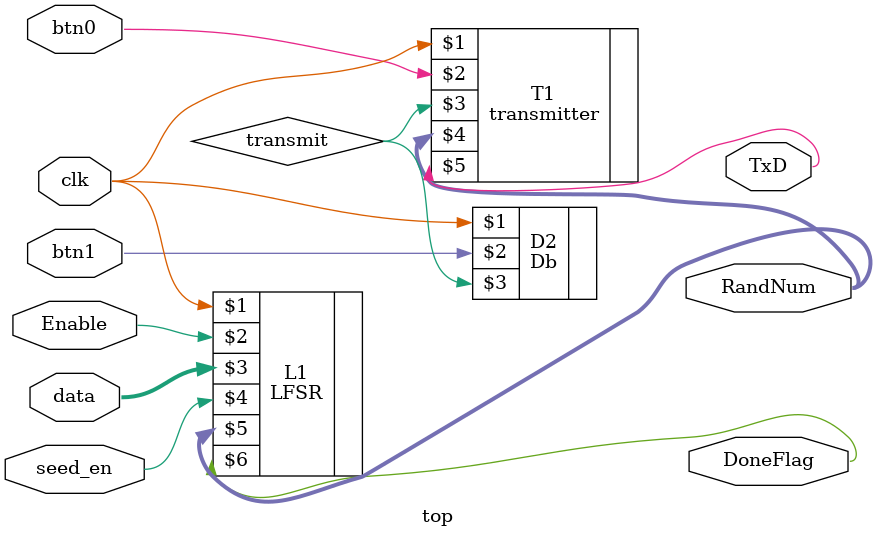
<source format=v>
module top(
input clk, //clock signal
input Enable,
input btn1,
input btn0, //input buttons for reset
input [7:0] data, // data transmitted
input seed_en,
output TxD,
//output  transmit,//transmit signal
output DoneFlag,
output [7:0]RandNum
    );

    wire transmit;
    Db D2(clk,btn1,transmit);
    transmitter T1 (clk,btn0,transmit,RandNum,TxD);
    LFSR L1(clk,Enable,data,seed_en,RandNum,DoneFlag);
endmodule    
    

</source>
